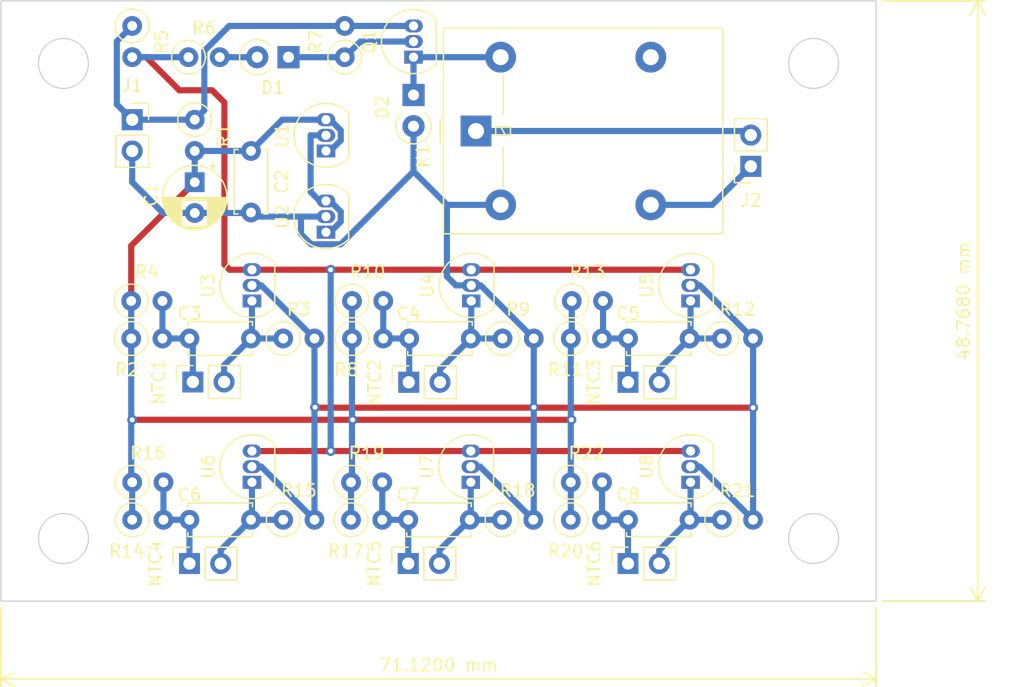
<source format=kicad_pcb>
(kicad_pcb (version 20221018) (generator pcbnew)
  (layers (0 "F.Cu" signal) (31 "B.Cu" signal) (34 "B.Paste" user) (35 "F.Paste" user) (36 "B.SilkS" user "B.Silkscreen") (37 "F.SilkS" user "F.Silkscreen") (38 "B.Mask" user) (39 "F.Mask" user) (44 "Edge.Cuts" user))
  (net 0 "")
  (net 1 "V5")
  (net 2 "GND")
  (net 3 "Net-(NTC1-Pin_1)")
  (net 4 "Net-(NTC1-Pin_2)")
  (net 5 "Net-(D1-K)")
  (net 6 "Net-(D1-A)")
  (net 7 "Net-(D2-K)")
  (net 8 "+12V")
  (net 9 "Net-(J2-Pin_1)")
  (net 10 "Net-(J2-Pin_2)")
  (net 12 "OUT")
  (net 13 "Net-(U1-A)")
  (net 14 "Net-(NTC2-Pin_1)")
  (net 15 "Net-(NTC2-Pin_2)")
  (net 16 "Net-(NTC3-Pin_2)")
  (net 17 "Net-(NTC3-Pin_1)")
  (net 18 "Net-(NTC4-Pin_1)")
  (net 19 "Net-(NTC4-Pin_2)")
  (net 20 "Net-(NTC5-Pin_1)")
  (net 21 "Net-(NTC5-Pin_2)")
  (net 22 "Net-(NTC6-Pin_1)")
  (net 23 "Net-(NTC6-Pin_2)")
  (footprint "Resistor_THT:R_Axial_DIN0207_L6.3mm_D2.5mm_P2.54mm_Vertical" (layer "F.Cu") (at 121.92 108.712)
    (fp_text reference "R14" (at -0.428 2.54) (layer "F.SilkS"))
    (fp_text value "10k" hide)
    (pad "1" thru_hole circle (at 0 0) (size 1.6 1.6) (drill 0.8) (layers "*.Cu" "*.Mask") (net 1 "V5"))
    (pad "2" thru_hole oval (at 2.54 0) (size 1.6 1.6) (drill 0.8) (layers "*.Cu" "*.Mask") (net 18 "Net-(NTC4-Pin_1)"))
  )
  (footprint "Resistor_THT:R_Axial_DIN0207_L6.3mm_D2.5mm_P2.54mm_Vertical" (layer "F.Cu") (at 139.78 90.932)
    (fp_text reference "R10" (at 1.27 -2.37) (layer "F.SilkS"))
    (fp_text value "120k" hide)
    (pad "1" thru_hole circle (at 0 0) (size 1.6 1.6) (drill 0.8) (layers "*.Cu" "*.Mask") (net 1 "V5"))
    (pad "2" thru_hole oval (at 2.54 0) (size 1.6 1.6) (drill 0.8) (layers "*.Cu" "*.Mask") (net 14 "Net-(NTC2-Pin_1)"))
  )
  (footprint "Resistor_THT:R_Axial_DIN0207_L6.3mm_D2.5mm_P2.54mm_Vertical" (layer "F.Cu") (at 169.832 93.98)
    (fp_text reference "R12" (at 1.27 -2.37) (layer "F.SilkS"))
    (fp_text value "10k" hide)
    (pad "1" thru_hole circle (at 0 0) (size 1.6 1.6) (drill 0.8) (layers "*.Cu" "*.Mask") (net 16 "Net-(NTC3-Pin_2)"))
    (pad "2" thru_hole oval (at 2.54 0) (size 1.6 1.6) (drill 0.8) (layers "*.Cu" "*.Mask") (net 2 "GND"))
  )
  (footprint "Package_TO_SOT_THT:TO-92_Inline" (layer "F.Cu") (at 149.432 105.664 90)
    (fp_text reference "U7" (at 1.27 -3.56 90) (layer "F.SilkS"))
    (fp_text value "TL431LP" hide)
    (pad "1" thru_hole rect (at 0 0 90) (size 1.05 1.5) (drill 0.75) (layers "*.Cu" "*.Mask") (net 21 "Net-(NTC5-Pin_2)"))
    (pad "2" thru_hole oval (at 1.27 0 90) (size 1.05 1.5) (drill 0.75) (layers "*.Cu" "*.Mask") (net 2 "GND"))
    (pad "3" thru_hole oval (at 2.54 0 90) (size 1.05 1.5) (drill 0.75) (layers "*.Cu" "*.Mask") (net 12 "OUT"))
  )
  (footprint "Resistor_THT:R_Axial_DIN0207_L6.3mm_D2.5mm_P2.54mm_Vertical" (layer "F.Cu") (at 157.56 105.664)
    (fp_text reference "R22" (at 1.27 -2.37) (layer "F.SilkS"))
    (fp_text value "120k" hide)
    (pad "1" thru_hole circle (at 0 0) (size 1.6 1.6) (drill 0.8) (layers "*.Cu" "*.Mask") (net 1 "V5"))
    (pad "2" thru_hole oval (at 2.54 0) (size 1.6 1.6) (drill 0.8) (layers "*.Cu" "*.Mask") (net 22 "Net-(NTC6-Pin_1)"))
  )
  (footprint "Diode_THT:D_A-405_P2.54mm_Vertical_KathodeUp" (layer "F.Cu") (at 134.62 71.12 180)
    (fp_text reference "D1" (at 1.27 -2.47) (layer "F.SilkS"))
    (fp_text value "BZV55C5V1" hide)
    (pad "1" thru_hole rect (at 0 0 180) (size 1.8 1.8) (drill 0.9) (layers "*.Cu" "*.Mask") (net 5 "Net-(D1-K)"))
    (pad "2" thru_hole oval (at 2.54 0 180) (size 1.8 1.8) (drill 0.9) (layers "*.Cu" "*.Mask") (net 6 "Net-(D1-A)"))
  )
  (footprint "Resistor_THT:R_Axial_DIN0207_L6.3mm_D2.5mm_P2.54mm_Vertical" (layer "F.Cu") (at 121.84 90.932)
    (fp_text reference "R4" (at 1.27 -2.37) (layer "F.SilkS"))
    (fp_text value "120k" hide)
    (pad "1" thru_hole circle (at 0 0) (size 1.6 1.6) (drill 0.8) (layers "*.Cu" "*.Mask") (net 1 "V5"))
    (pad "2" thru_hole oval (at 2.54 0) (size 1.6 1.6) (drill 0.8) (layers "*.Cu" "*.Mask") (net 3 "Net-(NTC1-Pin_1)"))
  )
  (footprint "Connector_PinSocket_2.54mm:PinSocket_1x02_P2.54mm_Vertical" (layer "F.Cu") (at 126.846 97.511 90)
    (fp_text reference "NTC1" (at 0 -2.77 90) (layer "F.SilkS"))
    (fp_text value "10k" hide)
    (pad "1" thru_hole rect (at 0 0 90) (size 1.7 1.7) (drill 1) (layers "*.Cu" "*.Mask") (net 3 "Net-(NTC1-Pin_1)"))
    (pad "2" thru_hole oval (at 0 2.54 90) (size 1.7 1.7) (drill 1) (layers "*.Cu" "*.Mask") (net 4 "Net-(NTC1-Pin_2)"))
  )
  (footprint "Resistor_THT:R_Axial_DIN0207_L6.3mm_D2.5mm_P2.54mm_Vertical" (layer "F.Cu") (at 126.492 71.12)
    (fp_text reference "R6" (at 1.27 -2.37) (layer "F.SilkS"))
    (fp_text value "1k" hide)
    (pad "1" thru_hole circle (at 0 0) (size 1.6 1.6) (drill 0.8) (layers "*.Cu" "*.Mask") (net 12 "OUT"))
    (pad "2" thru_hole oval (at 2.54 0) (size 1.6 1.6) (drill 0.8) (layers "*.Cu" "*.Mask") (net 6 "Net-(D1-A)"))
  )
  (footprint "Resistor_THT:R_Axial_DIN0207_L6.3mm_D2.5mm_P2.54mm_Vertical" (layer "F.Cu") (at 157.64 90.932)
    (fp_text reference "R13" (at 1.27 -2.37) (layer "F.SilkS"))
    (fp_text value "120k" hide)
    (pad "1" thru_hole circle (at 0 0) (size 1.6 1.6) (drill 0.8) (layers "*.Cu" "*.Mask") (net 1 "V5"))
    (pad "2" thru_hole oval (at 2.54 0) (size 1.6 1.6) (drill 0.8) (layers "*.Cu" "*.Mask") (net 17 "Net-(NTC3-Pin_1)"))
  )
  (footprint "Resistor_THT:R_Axial_DIN0207_L6.3mm_D2.5mm_P2.54mm_Vertical" (layer "F.Cu") (at 139.7 105.664)
    (fp_text reference "R19" (at 1.27 -2.37) (layer "F.SilkS"))
    (fp_text value "120k" hide)
    (pad "1" thru_hole circle (at 0 0) (size 1.6 1.6) (drill 0.8) (layers "*.Cu" "*.Mask") (net 1 "V5"))
    (pad "2" thru_hole oval (at 2.54 0) (size 1.6 1.6) (drill 0.8) (layers "*.Cu" "*.Mask") (net 20 "Net-(NTC5-Pin_1)"))
  )
  (footprint "Resistor_THT:R_Axial_DIN0207_L6.3mm_D2.5mm_P2.54mm_Vertical" (layer "F.Cu") (at 157.56 93.98)
    (fp_text reference "R11" (at -0.428 2.54) (layer "F.SilkS"))
    (fp_text value "10k" hide)
    (pad "1" thru_hole circle (at 0 0) (size 1.6 1.6) (drill 0.8) (layers "*.Cu" "*.Mask") (net 1 "V5"))
    (pad "2" thru_hole oval (at 2.54 0) (size 1.6 1.6) (drill 0.8) (layers "*.Cu" "*.Mask") (net 17 "Net-(NTC3-Pin_1)"))
  )
  (footprint "Package_TO_SOT_THT:TO-92_Inline" (layer "F.Cu") (at 137.668 78.74 90)
    (fp_text reference "U1" (at 1.27 -3.56 90) (layer "F.SilkS"))
    (fp_text value "TL431LP" hide)
    (pad "1" thru_hole rect (at 0 0 90) (size 1.05 1.5) (drill 0.75) (layers "*.Cu" "*.Mask") (net 1 "V5"))
    (pad "2" thru_hole oval (at 1.27 0 90) (size 1.05 1.5) (drill 0.75) (layers "*.Cu" "*.Mask") (net 13 "Net-(U1-A)"))
    (pad "3" thru_hole oval (at 2.54 0 90) (size 1.05 1.5) (drill 0.75) (layers "*.Cu" "*.Mask") (net 1 "V5"))
  )
  (footprint "Capacitor_THT:C_Disc_D5.0mm_W2.5mm_P5.00mm" (layer "F.Cu") (at 162.212 93.98)
    (fp_text reference "C5" (at 0 -2.032) (layer "F.SilkS"))
    (fp_text value "10n" hide)
    (pad "1" thru_hole circle (at 0 0) (size 1.6 1.6) (drill 0.8) (layers "*.Cu" "*.Mask") (net 17 "Net-(NTC3-Pin_1)"))
    (pad "2" thru_hole circle (at 5 0) (size 1.6 1.6) (drill 0.8) (layers "*.Cu" "*.Mask") (net 16 "Net-(NTC3-Pin_2)"))
  )
  (footprint "Capacitor_THT:C_Disc_D5.0mm_W2.5mm_P5.00mm" (layer "F.Cu") (at 126.572 93.98)
    (fp_text reference "C3" (at 0 -2.032) (layer "F.SilkS"))
    (fp_text value "10n" hide)
    (pad "1" thru_hole circle (at 0 0) (size 1.6 1.6) (drill 0.8) (layers "*.Cu" "*.Mask") (net 3 "Net-(NTC1-Pin_1)"))
    (pad "2" thru_hole circle (at 5 0) (size 1.6 1.6) (drill 0.8) (layers "*.Cu" "*.Mask") (net 4 "Net-(NTC1-Pin_2)"))
  )
  (footprint "Resistor_THT:R_Axial_DIN0207_L6.3mm_D2.5mm_P2.54mm_Vertical" (layer "F.Cu") (at 151.972 108.712)
    (fp_text reference "R18" (at 1.27 -2.37) (layer "F.SilkS"))
    (fp_text value "10k" hide)
    (pad "1" thru_hole circle (at 0 0) (size 1.6 1.6) (drill 0.8) (layers "*.Cu" "*.Mask") (net 21 "Net-(NTC5-Pin_2)"))
    (pad "2" thru_hole oval (at 2.54 0) (size 1.6 1.6) (drill 0.8) (layers "*.Cu" "*.Mask") (net 2 "GND"))
  )
  (footprint "Capacitor_THT:C_Disc_D5.0mm_W2.5mm_P5.00mm" (layer "F.Cu") (at 126.572 108.712)
    (fp_text reference "C6" (at 0 -2.032) (layer "F.SilkS"))
    (fp_text value "10n" hide)
    (pad "1" thru_hole circle (at 0 0) (size 1.6 1.6) (drill 0.8) (layers "*.Cu" "*.Mask") (net 18 "Net-(NTC4-Pin_1)"))
    (pad "2" thru_hole circle (at 5 0) (size 1.6 1.6) (drill 0.8) (layers "*.Cu" "*.Mask") (net 19 "Net-(NTC4-Pin_2)"))
  )
  (footprint "Package_TO_SOT_THT:TO-92_Inline" (layer "F.Cu") (at 167.292 90.932 90)
    (fp_text reference "U5" (at 1.27 -3.56 90) (layer "F.SilkS"))
    (fp_text value "TL431LP" hide)
    (pad "1" thru_hole rect (at 0 0 90) (size 1.05 1.5) (drill 0.75) (layers "*.Cu" "*.Mask") (net 16 "Net-(NTC3-Pin_2)"))
    (pad "2" thru_hole oval (at 1.27 0 90) (size 1.05 1.5) (drill 0.75) (layers "*.Cu" "*.Mask") (net 2 "GND"))
    (pad "3" thru_hole oval (at 2.54 0 90) (size 1.05 1.5) (drill 0.75) (layers "*.Cu" "*.Mask") (net 12 "OUT"))
  )
  (footprint "Resistor_THT:R_Axial_DIN0207_L6.3mm_D2.5mm_P2.54mm_Vertical" (layer "F.Cu") (at 152.012 93.98)
    (fp_text reference "R9" (at 1.27 -2.37) (layer "F.SilkS"))
    (fp_text value "10k" hide)
    (pad "1" thru_hole circle (at 0 0) (size 1.6 1.6) (drill 0.8) (layers "*.Cu" "*.Mask") (net 15 "Net-(NTC2-Pin_2)"))
    (pad "2" thru_hole oval (at 2.54 0) (size 1.6 1.6) (drill 0.8) (layers "*.Cu" "*.Mask") (net 2 "GND"))
  )
  (footprint "Connector_PinSocket_2.54mm:PinSocket_1x02_P2.54mm_Vertical" (layer "F.Cu") (at 126.572 112.268 90)
    (fp_text reference "NTC4" (at 0 -2.77 90) (layer "F.SilkS"))
    (fp_text value "10k" hide)
    (pad "1" thru_hole rect (at 0 0 90) (size 1.7 1.7) (drill 1) (layers "*.Cu" "*.Mask") (net 18 "Net-(NTC4-Pin_1)"))
    (pad "2" thru_hole oval (at 0 2.54 90) (size 1.7 1.7) (drill 1) (layers "*.Cu" "*.Mask") (net 19 "Net-(NTC4-Pin_2)"))
  )
  (footprint "Resistor_THT:R_Axial_DIN0207_L6.3mm_D2.5mm_P2.54mm_Vertical" (layer "F.Cu") (at 134.192 93.98)
    (fp_text reference "R3" (at 1.27 -2.37) (layer "F.SilkS"))
    (fp_text value "10k" hide)
    (pad "1" thru_hole circle (at 0 0) (size 1.6 1.6) (drill 0.8) (layers "*.Cu" "*.Mask") (net 4 "Net-(NTC1-Pin_2)"))
    (pad "2" thru_hole oval (at 2.54 0) (size 1.6 1.6) (drill 0.8) (layers "*.Cu" "*.Mask") (net 2 "GND"))
  )
  (footprint "Connector_PinSocket_2.54mm:PinSocket_1x02_P2.54mm_Vertical" (layer "F.Cu") (at 121.92 76.2)
    (fp_text reference "J1" (at 0 -2.77) (layer "F.SilkS"))
    (fp_text value "12V" hide)
    (pad "1" thru_hole rect (at 0 0) (size 1.7 1.7) (drill 1) (layers "*.Cu" "*.Mask") (net 8 "+12V"))
    (pad "2" thru_hole oval (at 0 2.54) (size 1.7 1.7) (drill 1) (layers "*.Cu" "*.Mask") (net 2 "GND"))
  )
  (footprint "Capacitor_THT:C_Disc_D5.0mm_W2.5mm_P5.00mm" (layer "F.Cu") (at 144.432 93.98)
    (fp_text reference "C4" (at -0.04 -2.032) (layer "F.SilkS"))
    (fp_text value "10n" hide)
    (pad "1" thru_hole circle (at 0 0) (size 1.6 1.6) (drill 0.8) (layers "*.Cu" "*.Mask") (net 14 "Net-(NTC2-Pin_1)"))
    (pad "2" thru_hole circle (at 5 0) (size 1.6 1.6) (drill 0.8) (layers "*.Cu" "*.Mask") (net 15 "Net-(NTC2-Pin_2)"))
  )
  (footprint "Resistor_THT:R_Axial_DIN0207_L6.3mm_D2.5mm_P2.54mm_Vertical" (layer "F.Cu") (at 139.78 93.98)
    (fp_text reference "R8" (at -0.468 2.54) (layer "F.SilkS"))
    (fp_text value "10k" hide)
    (pad "1" thru_hole circle (at 0 0) (size 1.6 1.6) (drill 0.8) (layers "*.Cu" "*.Mask") (net 1 "V5"))
    (pad "2" thru_hole oval (at 2.54 0) (size 1.6 1.6) (drill 0.8) (layers "*.Cu" "*.Mask") (net 14 "Net-(NTC2-Pin_1)"))
  )
  (footprint "Connector_PinSocket_2.54mm:PinSocket_1x02_P2.54mm_Vertical" (layer "F.Cu") (at 144.392 97.536 90)
    (fp_text reference "NTC2" (at 0 -2.77 90) (layer "F.SilkS"))
    (fp_text value "10k" hide)
    (pad "1" thru_hole rect (at 0 0 90) (size 1.7 1.7) (drill 1) (layers "*.Cu" "*.Mask") (net 14 "Net-(NTC2-Pin_1)"))
    (pad "2" thru_hole oval (at 0 2.54 90) (size 1.7 1.7) (drill 1) (layers "*.Cu" "*.Mask") (net 15 "Net-(NTC2-Pin_2)"))
  )
  (footprint "Capacitor_THT:C_Disc_D5.0mm_W2.5mm_P5.00mm" (layer "F.Cu") (at 162.212 108.712)
    (fp_text reference "C8" (at 0 -2.032) (layer "F.SilkS"))
    (fp_text value "10n" hide)
    (pad "1" thru_hole circle (at 0 0) (size 1.6 1.6) (drill 0.8) (layers "*.Cu" "*.Mask") (net 22 "Net-(NTC6-Pin_1)"))
    (pad "2" thru_hole circle (at 5 0) (size 1.6 1.6) (drill 0.8) (layers "*.Cu" "*.Mask") (net 23 "Net-(NTC6-Pin_2)"))
  )
  (footprint "Package_TO_SOT_THT:TO-92_Inline" (layer "F.Cu") (at 137.668 85.344 90)
    (fp_text reference "U2" (at 1.27 -3.56 90) (layer "F.SilkS"))
    (fp_text value "TL431LP" hide)
    (pad "1" thru_hole rect (at 0 0 90) (size 1.05 1.5) (drill 0.75) (layers "*.Cu" "*.Mask") (net 13 "Net-(U1-A)"))
    (pad "2" thru_hole oval (at 1.27 0 90) (size 1.05 1.5) (drill 0.75) (layers "*.Cu" "*.Mask") (net 2 "GND"))
    (pad "3" thru_hole oval (at 2.54 0 90) (size 1.05 1.5) (drill 0.75) (layers "*.Cu" "*.Mask") (net 13 "Net-(U1-A)"))
  )
  (footprint "Resistor_THT:R_Axial_DIN0207_L6.3mm_D2.5mm_P2.54mm_Vertical" (layer "F.Cu") (at 134.192 108.712)
    (fp_text reference "R15" (at 1.27 -2.37) (layer "F.SilkS"))
    (fp_text value "10k" hide)
    (pad "1" thru_hole circle (at 0 0) (size 1.6 1.6) (drill 0.8) (layers "*.Cu" "*.Mask") (net 19 "Net-(NTC4-Pin_2)"))
    (pad "2" thru_hole oval (at 2.54 0) (size 1.6 1.6) (drill 0.8) (layers "*.Cu" "*.Mask") (net 2 "GND"))
  )
  (footprint "Resistor_THT:R_Axial_DIN0207_L6.3mm_D2.5mm_P2.54mm_Vertical" (layer "F.Cu") (at 157.56 108.712)
    (fp_text reference "R20" (at -0.428 2.54) (layer "F.SilkS"))
    (fp_text value "10k" hide)
    (pad "1" thru_hole circle (at 0 0) (size 1.6 1.6) (drill 0.8) (layers "*.Cu" "*.Mask") (net 1 "V5"))
    (pad "2" thru_hole oval (at 2.54 0) (size 1.6 1.6) (drill 0.8) (layers "*.Cu" "*.Mask") (net 22 "Net-(NTC6-Pin_1)"))
  )
  (footprint "Capacitor_THT:C_Disc_D5.0mm_W2.5mm_P5.00mm" (layer "F.Cu") (at 144.352 108.712)
    (fp_text reference "C7" (at 0 -2.032) (layer "F.SilkS"))
    (fp_text value "10n" hide)
    (pad "1" thru_hole circle (at 0 0) (size 1.6 1.6) (drill 0.8) (layers "*.Cu" "*.Mask") (net 20 "Net-(NTC5-Pin_1)"))
    (pad "2" thru_hole circle (at 5 0) (size 1.6 1.6) (drill 0.8) (layers "*.Cu" "*.Mask") (net 21 "Net-(NTC5-Pin_2)"))
  )
  (footprint "Capacitor_THT:C_Disc_D5.0mm_W2.5mm_P5.00mm" (layer "F.Cu") (at 131.572 78.74 -90)
    (fp_text reference "C2" (at 2.5 -2.5 90) (layer "F.SilkS"))
    (fp_text value "100n" hide)
    (pad "1" thru_hole circle (at 0 0 270) (size 1.6 1.6) (drill 0.8) (layers "*.Cu" "*.Mask") (net 1 "V5"))
    (pad "2" thru_hole circle (at 5 0 270) (size 1.6 1.6) (drill 0.8) (layers "*.Cu" "*.Mask") (net 2 "GND"))
  )
  (footprint "Capacitor_THT:CP_Radial_D5.0mm_P2.50mm" (layer "F.Cu") (at 127 81.28 -90)
    (fp_text reference "C1" (at 1.016 3.556 90) (layer "F.SilkS"))
    (fp_text value "10u" hide)
    (pad "1" thru_hole rect (at 0 0 270) (size 1.6 1.6) (drill 0.8) (layers "*.Cu" "*.Mask") (net 1 "V5"))
    (pad "2" thru_hole circle (at 2.5 0 270) (size 1.6 1.6) (drill 0.8) (layers "*.Cu" "*.Mask") (net 2 "GND"))
  )
  (footprint "Package_TO_SOT_THT:TO-92_Inline" (layer "F.Cu") (at 149.472 90.932 90)
    (fp_text reference "U4" (at 1.27 -3.56 90) (layer "F.SilkS"))
    (fp_text value "TL431LP" hide)
    (pad "1" thru_hole rect (at 0 0 90) (size 1.05 1.5) (drill 0.75) (layers "*.Cu" "*.Mask") (net 15 "Net-(NTC2-Pin_2)"))
    (pad "2" thru_hole oval (at 1.27 0 90) (size 1.05 1.5) (drill 0.75) (layers "*.Cu" "*.Mask") (net 2 "GND"))
    (pad "3" thru_hole oval (at 2.54 0 90) (size 1.05 1.5) (drill 0.75) (layers "*.Cu" "*.Mask") (net 12 "OUT"))
  )
  (footprint "Resistor_THT:R_Axial_DIN0207_L6.3mm_D2.5mm_P2.54mm_Vertical" (layer "F.Cu") (at 127 76.2 -90)
    (fp_text reference "R1" (at 1.27 -2.37 90) (layer "F.SilkS"))
    (fp_text value "470" hide)
    (pad "1" thru_hole circle (at 0 0 270) (size 1.6 1.6) (drill 0.8) (layers "*.Cu" "*.Mask") (net 8 "+12V"))
    (pad "2" thru_hole oval (at 2.54 0 270) (size 1.6 1.6) (drill 0.8) (layers "*.Cu" "*.Mask") (net 1 "V5"))
  )
  (footprint "Package_TO_SOT_THT:TO-92_Inline" (layer "F.Cu") (at 167.292 105.664 90)
    (fp_text reference "U8" (at 1.27 -3.56 90) (layer "F.SilkS"))
    (fp_text value "TL431LP" hide)
    (pad "1" thru_hole rect (at 0 0 90) (size 1.05 1.5) (drill 0.75) (layers "*.Cu" "*.Mask") (net 23 "Net-(NTC6-Pin_2)"))
    (pad "2" thru_hole oval (at 1.27 0 90) (size 1.05 1.5) (drill 0.75) (layers "*.Cu" "*.Mask") (net 2 "GND"))
    (pad "3" thru_hole oval (at 2.54 0 90) (size 1.05 1.5) (drill 0.75) (layers "*.Cu" "*.Mask") (net 12 "OUT"))
  )
  (footprint "Resistor_THT:R_Axial_DIN0207_L6.3mm_D2.5mm_P2.54mm_Vertical" (layer "F.Cu") (at 121.92 105.664)
    (fp_text reference "R16" (at 1.27 -2.37) (layer "F.SilkS"))
    (fp_text value "120k" hide)
    (pad "1" thru_hole circle (at 0 0) (size 1.6 1.6) (drill 0.8) (layers "*.Cu" "*.Mask") (net 1 "V5"))
    (pad "2" thru_hole oval (at 2.54 0) (size 1.6 1.6) (drill 0.8) (layers "*.Cu" "*.Mask") (net 18 "Net-(NTC4-Pin_1)"))
  )
  (footprint "Resistor_THT:R_Axial_DIN0207_L6.3mm_D2.5mm_P2.54mm_Vertical" (layer "F.Cu") (at 139.192 71.12 90)
    (fp_text reference "R7" (at 1.27 -2.37 90) (layer "F.SilkS"))
    (fp_text value "10k" hide)
    (pad "1" thru_hole circle (at 0 0 90) (size 1.6 1.6) (drill 0.8) (layers "*.Cu" "*.Mask") (net 5 "Net-(D1-K)"))
    (pad "2" thru_hole oval (at 2.54 0 90) (size 1.6 1.6) (drill 0.8) (layers "*.Cu" "*.Mask") (net 8 "+12V"))
  )
  (footprint "Resistor_THT:R_Axial_DIN0207_L6.3mm_D2.5mm_P2.54mm_Vertical" (layer "F.Cu") (at 169.832 108.712)
    (fp_text reference "R21" (at 1.27 -2.37) (layer "F.SilkS"))
    (fp_text value "10k" hide)
    (pad "1" thru_hole circle (at 0 0) (size 1.6 1.6) (drill 0.8) (layers "*.Cu" "*.Mask") (net 23 "Net-(NTC6-Pin_2)"))
    (pad "2" thru_hole oval (at 2.54 0) (size 1.6 1.6) (drill 0.8) (layers "*.Cu" "*.Mask") (net 2 "GND"))
  )
  (footprint "Connector_PinSocket_2.54mm:PinSocket_1x02_P2.54mm_Vertical" (layer "F.Cu") (at 172.187 79.99 180)
    (fp_text reference "J2" (at 0 -2.77) (layer "F.SilkS"))
    (fp_text value "OUT" hide)
    (pad "1" thru_hole rect (at 0 0 180) (size 1.7 1.7) (drill 1) (layers "*.Cu" "*.Mask") (net 9 "Net-(J2-Pin_1)"))
    (pad "2" thru_hole oval (at 0 2.54 180) (size 1.7 1.7) (drill 1) (layers "*.Cu" "*.Mask") (net 10 "Net-(J2-Pin_2)"))
  )
  (footprint "Connector_PinSocket_2.54mm:PinSocket_1x02_P2.54mm_Vertical" (layer "F.Cu") (at 162.212 112.268 90)
    (fp_text reference "NTC6" (at 0 -2.77 90) (layer "F.SilkS"))
    (fp_text value "10k" hide)
    (pad "1" thru_hole rect (at 0 0 90) (size 1.7 1.7) (drill 1) (layers "*.Cu" "*.Mask") (net 22 "Net-(NTC6-Pin_1)"))
    (pad "2" thru_hole oval (at 0 2.54 90) (size 1.7 1.7) (drill 1) (layers "*.Cu" "*.Mask") (net 23 "Net-(NTC6-Pin_2)"))
  )
  (footprint "Package_TO_SOT_THT:TO-92_Inline" (layer "F.Cu") (at 131.652 90.932 90)
    (fp_text reference "U3" (at 1.27 -3.56 90) (layer "F.SilkS"))
    (fp_text value "TL431LP" hide)
    (pad "1" thru_hole rect (at 0 0 90) (size 1.05 1.5) (drill 0.75) (layers "*.Cu" "*.Mask") (net 4 "Net-(NTC1-Pin_2)"))
    (pad "2" thru_hole oval (at 1.27 0 90) (size 1.05 1.5) (drill 0.75) (layers "*.Cu" "*.Mask") (net 2 "GND"))
    (pad "3" thru_hole oval (at 2.54 0 90) (size 1.05 1.5) (drill 0.75) (layers "*.Cu" "*.Mask") (net 12 "OUT"))
  )
  (footprint "Resistor_THT:R_Axial_DIN0207_L6.3mm_D2.5mm_P2.54mm_Vertical" (layer "F.Cu") (at 121.84 93.98)
    (fp_text reference "R2" (at -0.348 2.54) (layer "F.SilkS"))
    (fp_text value "10k" hide)
    (pad "1" thru_hole circle (at 0 0) (size 1.6 1.6) (drill 0.8) (layers "*.Cu" "*.Mask") (net 1 "V5"))
    (pad "2" thru_hole oval (at 2.54 0) (size 1.6 1.6) (drill 0.8) (layers "*.Cu" "*.Mask") (net 3 "Net-(NTC1-Pin_1)"))
  )
  (footprint "Relay_THT:Relay_SPDT_Omron-G5LE-1" (layer "F.Cu") (at 149.86 77.12 90)
    (fp_text reference "K1" (at -2.032 -4.308 90) (layer "F.SilkS"))
    (fp_text value "G5LE-1" hide)
    (pad "1" thru_hole rect (at 0 0 90) (size 2.5 2.5) (drill 1.3) (layers "*.Cu" "*.Mask") (net 10 "Net-(J2-Pin_2)"))
    (pad "2" thru_hole oval (at -6 2 90) (size 2.5 2.5) (drill 1.3) (layers "*.Cu" "*.Mask") (net 2 "GND"))
    (pad "3" thru_hole oval (at -6 14.2 90) (size 2.5 2.5) (drill 1.3) (layers "*.Cu" "*.Mask") (net 9 "Net-(J2-Pin_1)"))
    (pad "4" thru_hole oval (at 6 14.2 90) (size 2.5 2.5) (drill 1.3) (layers "*.Cu" "*.Mask"))
    (pad "5" thru_hole oval (at 6 2 90) (size 2.5 2.5) (drill 1.3) (layers "*.Cu" "*.Mask") (net 7 "Net-(D2-K)"))
  )
  (footprint "Resistor_THT:R_Axial_DIN0207_L6.3mm_D2.5mm_P2.54mm_Vertical" (layer "F.Cu") (at 139.7 108.712)
    (fp_text reference "R17" (at -0.428 2.54) (layer "F.SilkS"))
    (fp_text value "10k" hide)
    (pad "1" thru_hole circle (at 0 0) (size 1.6 1.6) (drill 0.8) (layers "*.Cu" "*.Mask") (net 1 "V5"))
    (pad "2" thru_hole oval (at 2.54 0) (size 1.6 1.6) (drill 0.8) (layers "*.Cu" "*.Mask") (net 20 "Net-(NTC5-Pin_1)"))
  )
  (footprint "Package_TO_SOT_THT:TO-92_Inline" (layer "F.Cu") (at 131.652 105.664 90)
    (fp_text reference "U6" (at 1.27 -3.56 90) (layer "F.SilkS"))
    (fp_text value "TL431LP" hide)
    (pad "1" thru_hole rect (at 0 0 90) (size 1.05 1.5) (drill 0.75) (layers "*.Cu" "*.Mask") (net 19 "Net-(NTC4-Pin_2)"))
    (pad "2" thru_hole oval (at 1.27 0 90) (size 1.05 1.5) (drill 0.75) (layers "*.Cu" "*.Mask") (net 2 "GND"))
    (pad "3" thru_hole oval (at 2.54 0 90) (size 1.05 1.5) (drill 0.75) (layers "*.Cu" "*.Mask") (net 12 "OUT"))
  )
  (footprint "Package_TO_SOT_THT:TO-92_Inline" (layer "F.Cu") (at 144.78 71.12 90)
    (fp_text reference "Q1" (at 1.27 -3.56 90) (layer "F.SilkS"))
    (fp_text value "BC328" hide)
    (pad "1" thru_hole rect (at 0 0 90) (size 1.05 1.5) (drill 0.75) (layers "*.Cu" "*.Mask") (net 7 "Net-(D2-K)"))
    (pad "2" thru_hole oval (at 1.27 0 90) (size 1.05 1.5) (drill 0.75) (layers "*.Cu" "*.Mask") (net 5 "Net-(D1-K)"))
    (pad "3" thru_hole oval (at 2.54 0 90) (size 1.05 1.5) (drill 0.75) (layers "*.Cu" "*.Mask") (net 8 "+12V"))
  )
  (footprint "Connector_PinSocket_2.54mm:PinSocket_1x02_P2.54mm_Vertical" (layer "F.Cu") (at 162.212 97.536 90)
    (fp_text reference "NTC3" (at 0 -2.77 90) (layer "F.SilkS"))
    (fp_text value "10k" hide)
    (pad "1" thru_hole rect (at 0 0 90) (size 1.7 1.7) (drill 1) (layers "*.Cu" "*.Mask") (net 17 "Net-(NTC3-Pin_1)"))
    (pad "2" thru_hole oval (at 0 2.54 90) (size 1.7 1.7) (drill 1) (layers "*.Cu" "*.Mask") (net 16 "Net-(NTC3-Pin_2)"))
  )
  (footprint "Diode_THT:D_A-405_P2.54mm_Vertical_KathodeUp" (layer "F.Cu") (at 144.78 74.192 -90)
    (fp_text reference "D2" (at 0.992 2.54 90) (layer "F.SilkS"))
    (fp_text value "1N4148" hide)
    (pad "1" thru_hole rect (at 0 0 270) (size 1.8 1.8) (drill 0.9) (layers "*.Cu" "*.Mask") (net 7 "Net-(D2-K)"))
    (pad "2" thru_hole oval (at 2.54 0 270) (size 1.8 1.8) (drill 0.9) (layers "*.Cu" "*.Mask") (net 2 "GND"))
  )
  (footprint "Connector_PinSocket_2.54mm:PinSocket_1x02_P2.54mm_Vertical" (layer "F.Cu") (at 144.352 112.268 90)
    (fp_text reference "NTC5" (at 0 -2.77 90) (layer "F.SilkS"))
    (fp_text value "10k" hide)
    (pad "1" thru_hole rect (at 0 0 90) (size 1.7 1.7) (drill 1) (layers "*.Cu" "*.Mask") (net 20 "Net-(NTC5-Pin_1)"))
    (pad "2" thru_hole oval (at 0 2.54 90) (size 1.7 1.7) (drill 1) (layers "*.Cu" "*.Mask") (net 21 "Net-(NTC5-Pin_2)"))
  )
  (footprint "Resistor_THT:R_Axial_DIN0207_L6.3mm_D2.5mm_P2.54mm_Vertical" (layer "F.Cu") (at 121.92 68.58 -90)
    (fp_text reference "R5" (at 1.27 -2.37 90) (layer "F.SilkS"))
    (fp_text value "1k" hide)
    (pad "1" thru_hole circle (at 0 0 270) (size 1.6 1.6) (drill 0.8) (layers "*.Cu" "*.Mask") (net 8 "+12V"))
    (pad "2" thru_hole oval (at 2.54 0 270) (size 1.6 1.6) (drill 0.8) (layers "*.Cu" "*.Mask") (net 12 "OUT"))
  )
  (gr_circle (center 177.292 110.236) (end 175.26 110.236) (stroke (width 0.1)) (fill none) (layer "Edge.Cuts"))
  (gr_rect (start 111.252 66.548) (end 182.372 115.316) (stroke (width 0.1)) (fill none) (layer "Edge.Cuts"))
  (gr_circle (center 177.292 71.628) (end 177.292 73.66) (stroke (width 0.1)) (fill none) (layer "Edge.Cuts"))
  (gr_circle (center 116.332 71.628) (end 118.364 71.628) (stroke (width 0.1)) (fill none) (layer "Edge.Cuts"))
  (gr_circle (center 116.332 110.236) (end 116.332 108.204) (stroke (width 0.1)) (fill none) (layer "Edge.Cuts"))
  (dimension (type aligned) (layer "F.SilkS") (pts (xy 111.252 115.316) (xy 182.372 115.316)) (height 6.35) (gr_text "71,1200 mm" (at 146.812 120.516) (layer "F.SilkS") (effects (font (size 1 1) (thickness 0.15)))) (format (prefix "") (suffix "") (units 3) (units_format 1) (precision 4)) (style (thickness 0.15) (arrow_length 1.27) (text_position_mode 0) (extension_height 0.58642) (extension_offset 0.5) keep_text_aligned))
  (dimension (type aligned) (layer "F.SilkS") (pts (xy 182.372 66.548) (xy 182.372 115.316)) (height -8.255) (gr_text "48,7680 mm" (at 189.477 90.932 90) (layer "F.SilkS") (effects (font (size 1 1) (thickness 0.15)))) (format (prefix "") (suffix "") (units 3) (units_format 1) (precision 4)) (style (thickness 0.15) (arrow_length 1.27) (text_position_mode 0) (extension_height 0.58642) (extension_offset 0.5) keep_text_aligned))
  (segment (start 157.607 100.584) (end 139.827 100.584) (width 0.5) (layer "F.Cu") (net 1))
  (segment (start 127 81.28) (end 121.84 86.44) (width 0.5) (layer "F.Cu") (net 1))
  (segment (start 121.84 86.44) (end 121.84 90.932) (width 0.5) (layer "F.Cu") (net 1))
  (segment (start 139.827 100.584) (end 121.92 100.584) (width 0.5) (layer "F.Cu") (net 1))
  (via (at 157.607 100.584) (size 0.8) (drill 0.4) (layers "F.Cu" "B.Cu") (net 1))
  (via (at 121.92 100.584) (size 0.8) (drill 0.4) (layers "F.Cu" "B.Cu") (net 1))
  (via (at 139.827 100.584) (size 0.8) (drill 0.4) (layers "F.Cu" "B.Cu") (net 1))
  (segment (start 138.868 77.066142) (end 138.868 77.873858) (width 0.5) (layer "B.Cu") (net 1))
  (segment (start 157.56 105.664) (end 157.56 108.712) (width 0.5) (layer "B.Cu") (net 1))
  (segment (start 127 78.74) (end 131.572 78.74) (width 0.5) (layer "B.Cu") (net 1))
  (segment (start 139.78 105.584) (end 139.7 105.664) (width 0.5) (layer "B.Cu") (net 1))
  (segment (start 121.84 93.98) (end 121.84 105.584) (width 0.5) (layer "B.Cu") (net 1))
  (segment (start 157.64 90.932) (end 157.64 93.9) (width 0.5) (layer "B.Cu") (net 1))
  (segment (start 139.78 93.98) (end 139.78 105.584) (width 0.5) (layer "B.Cu") (net 1))
  (segment (start 137.668 76.2) (end 134.112 76.2) (width 0.5) (layer "B.Cu") (net 1))
  (segment (start 157.56 100.537) (end 157.607 100.584) (width 0.5) (layer "B.Cu") (net 1))
  (segment (start 157.607 100.584) (end 157.56 100.631) (width 0.5) (layer "B.Cu") (net 1))
  (segment (start 157.56 93.98) (end 157.56 100.537) (width 0.5) (layer "B.Cu") (net 1))
  (segment (start 138.868 77.873858) (end 138.001858 78.74) (width 0.5) (layer "B.Cu") (net 1))
  (segment (start 138.001858 76.2) (end 138.868 77.066142) (width 0.5) (layer "B.Cu") (net 1))
  (segment (start 121.84 105.584) (end 121.92 105.664) (width 0.5) (layer "B.Cu") (net 1))
  (segment (start 157.56 100.631) (end 157.56 105.664) (width 0.5) (layer "B.Cu") (net 1))
  (segment (start 121.92 105.664) (end 121.92 108.712) (width 0.5) (layer "B.Cu") (net 1))
  (segment (start 138.001858 78.74) (end 137.668 78.74) (width 0.5) (layer "B.Cu") (net 1))
  (segment (start 139.78 90.932) (end 139.78 93.98) (width 0.5) (layer "B.Cu") (net 1))
  (segment (start 139.7 105.664) (end 139.7 108.712) (width 0.5) (layer "B.Cu") (net 1))
  (segment (start 157.64 93.9) (end 157.56 93.98) (width 0.5) (layer "B.Cu") (net 1))
  (segment (start 137.668 76.2) (end 138.001858 76.2) (width 0.5) (layer "B.Cu") (net 1))
  (segment (start 127 78.74) (end 127 81.28) (width 0.5) (layer "B.Cu") (net 1))
  (segment (start 121.84 90.932) (end 121.84 93.98) (width 0.5) (layer "B.Cu") (net 1))
  (segment (start 134.112 76.2) (end 131.572 78.74) (width 0.5) (layer "B.Cu") (net 1))
  (segment (start 172.372 99.601) (end 136.812 99.601) (width 0.5) (layer "F.Cu") (net 2))
  (segment (start 136.812 99.601) (end 136.779 99.568) (width 0.5) (layer "F.Cu") (net 2))
  (via (at 172.372 99.601) (size 0.8) (drill 0.4) (layers "F.Cu" "B.Cu") (net 2))
  (via (at 136.779 99.568) (size 0.8) (drill 0.4) (layers "F.Cu" "B.Cu") (net 2))
  (via (at 154.559 99.568) (size 0.8) (drill 0.4) (layers "F.Cu" "B.Cu") (net 2))
  (segment (start 121.92 81.28) (end 121.92 78.74) (width 0.5) (layer "B.Cu") (net 2))
  (segment (start 136.468 86.319) (end 135.636 85.487) (width 0.5) (layer "B.Cu") (net 2))
  (segment (start 131.652 89.662) (end 132.414 89.662) (width 0.5) (layer "B.Cu") (net 2))
  (segment (start 150.234 89.662) (end 154.552 93.98) (width 0.5) (layer "B.Cu") (net 2))
  (segment (start 167.292 104.394) (end 168.054 104.394) (width 0.5) (layer "B.Cu") (net 2))
  (segment (start 154.552 99.575) (end 154.552 108.672) (width 0.5) (layer "B.Cu") (net 2))
  (segment (start 136.732 93.98) (end 136.732 108.712) (width 0.5) (layer "B.Cu") (net 2))
  (segment (start 154.512 108.712) (end 150.194 104.394) (width 0.5) (layer "B.Cu") (net 2))
  (segment (start 168.054 104.394) (end 172.372 108.712) (width 0.5) (layer "B.Cu") (net 2))
  (segment (start 144.78 76.732) (end 144.78 80.407) (width 0.5) (layer "B.Cu") (net 2))
  (segment (start 147.493 83.12) (end 144.78 80.407) (width 0.5) (layer "B.Cu") (net 2))
  (segment (start 131.532 83.78) (end 131.572 83.74) (width 0.5) (layer "B.Cu") (net 2))
  (segment (start 144.78 80.407) (end 138.868 86.319) (width 0.5) (layer "B.Cu") (net 2))
  (segment (start 154.559 99.568) (end 154.552 99.575) (width 0.5) (layer "B.Cu") (net 2))
  (segment (start 124.42 83.78) (end 121.92 81.28) (width 0.5) (layer "B.Cu") (net 2))
  (segment (start 168.054 89.662) (end 172.372 93.98) (width 0.5) (layer "B.Cu") (net 2))
  (segment (start 135.636 85.487) (end 135.636 84.074) (width 0.5) (layer "B.Cu") (net 2))
  (segment (start 172.372 99.601) (end 172.372 93.98) (width 0.5) (layer "B.Cu") (net 2))
  (segment (start 127 83.78) (end 124.42 83.78) (width 0.5) (layer "B.Cu") (net 2))
  (segment (start 167.292 89.662) (end 168.054 89.662) (width 0.5) (layer "B.Cu") (net 2))
  (segment (start 154.552 108.672) (end 154.512 108.712) (width 0.5) (layer "B.Cu") (net 2))
  (segment (start 131.572 83.74) (end 131.906 84.074) (width 0.5) (layer "B.Cu") (net 2))
  (segment (start 127 83.78) (end 131.532 83.78) (width 0.5) (layer "B.Cu") (net 2))
  (segment (start 150.194 104.394) (end 149.432 104.394) (width 0.5) (layer "B.Cu") (net 2))
  (segment (start 135.636 84.074) (end 137.668 84.074) (width 0.5) (layer "B.Cu") (net 2))
  (segment (start 147.493 88.933) (end 147.493 83.12) (width 0.5) (layer "B.Cu") (net 2))
  (segment (start 132.414 104.394) (end 131.652 104.394) (width 0.5) (layer "B.Cu") (net 2))
  (segment (start 138.868 86.319) (end 136.468 86.319) (width 0.5) (layer "B.Cu") (net 2))
  (segment (start 149.472 89.662) (end 148.222 89.662) (width 0.5) (layer "B.Cu") (net 2))
  (segment (start 151.86 83.12) (end 147.493 83.12) (width 0.5) (layer "B.Cu") (net 2))
  (segment (start 154.552 99.561) (end 154.559 99.568) (width 0.5) (layer "B.Cu") (net 2))
  (segment (start 148.222 89.662) (end 147.493 88.933) (width 0.5) (layer "B.Cu") (net 2))
  (segment (start 136.732 108.712) (end 132.414 104.394) (width 0.5) (layer "B.Cu") (net 2))
  (segment (start 131.906 84.074) (end 135.636 84.074) (width 0.5) (layer "B.Cu") (net 2))
  (segment (start 149.472 89.662) (end 150.234 89.662) (width 0.5) (layer "B.Cu") (net 2))
  (segment (start 132.414 89.662) (end 136.732 93.98) (width 0.5) (layer "B.Cu") (net 2))
  (segment (start 154.552 93.98) (end 154.552 99.561) (width 0.5) (layer "B.Cu") (net 2))
  (segment (start 172.372 99.601) (end 172.372 108.712) (width 0.5) (layer "B.Cu") (net 2))
  (segment (start 124.38 93.98) (end 126.572 93.98) (width 0.5) (layer "B.Cu") (net 3))
  (segment (start 126.846 94.254) (end 126.572 93.98) (width 0.5) (layer "B.Cu") (net 3))
  (segment (start 124.38 90.932) (end 124.38 93.98) (width 0.5) (layer "B.Cu") (net 3))
  (segment (start 126.846 97.511) (end 126.846 94.254) (width 0.5) (layer "B.Cu") (net 3))
  (segment (start 131.652 90.932) (end 131.652 93.9) (width 0.5) (layer "B.Cu") (net 4))
  (segment (start 131.652 93.9) (end 131.572 93.98) (width 0.5) (layer "B.Cu") (net 4))
  (segment (start 129.386 96.166) (end 131.572 93.98) (width 0.5) (layer "B.Cu") (net 4))
  (segment (start 131.572 93.98) (end 134.192 93.98) (width 0.5) (layer "B.Cu") (net 4))
  (segment (start 129.386 97.511) (end 129.386 96.166) (width 0.5) (layer "B.Cu") (net 4))
  (segment (start 140.462 69.85) (end 144.78 69.85) (width 0.5) (layer "B.Cu") (net 5))
  (segment (start 139.192 71.12) (end 140.462 69.85) (width 0.5) (layer "B.Cu") (net 5))
  (segment (start 139.192 71.12) (end 134.62 71.12) (width 0.5) (layer "B.Cu") (net 5))
  (segment (start 129.032 71.12) (end 132.08 71.12) (width 0.5) (layer "B.Cu") (net 6))
  (segment (start 144.78 74.192) (end 144.78 71.12) (width 0.5) (layer "B.Cu") (net 7))
  (segment (start 144.78 71.12) (end 151.86 71.12) (width 0.5) (layer "B.Cu") (net 7))
  (segment (start 120.67 74.95) (end 121.92 76.2) (width 0.5) (layer "B.Cu") (net 8))
  (segment (start 129.804233 68.58) (end 139.192 68.58) (width 0.5) (layer "B.Cu") (net 8))
  (segment (start 127.782 75.418) (end 127.782 70.602233) (width 0.5) (layer "B.Cu") (net 8))
  (segment (start 121.92 68.58) (end 120.67 69.83) (width 0.5) (layer "B.Cu") (net 8))
  (segment (start 127 76.2) (end 127.782 75.418) (width 0.5) (layer "B.Cu") (net 8))
  (segment (start 127 76.2) (end 121.92 76.2) (width 0.5) (layer "B.Cu") (net 8))
  (segment (start 120.67 69.83) (end 120.67 74.95) (width 0.5) (layer "B.Cu") (net 8))
  (segment (start 127.782 70.602233) (end 129.804233 68.58) (width 0.5) (layer "B.Cu") (net 8))
  (segment (start 144.78 68.58) (end 139.192 68.58) (width 0.5) (layer "B.Cu") (net 8))
  (segment (start 164.06 83.12) (end 169.057 83.12) (width 0.5) (layer "B.Cu") (net 9))
  (segment (start 169.057 83.12) (end 172.187 79.99) (width 0.5) (layer "B.Cu") (net 9))
  (segment (start 171.857 77.12) (end 172.187 77.45) (width 0.5) (layer "B.Cu") (net 10))
  (segment (start 149.86 77.12) (end 171.857 77.12) (width 0.5) (layer "B.Cu") (net 10))
  (segment (start 131.652 88.392) (end 135.636 88.392) (width 0.5) (layer "F.Cu") (net 12))
  (segment (start 135.382 103.124) (end 149.432 103.124) (width 0.5) (layer "F.Cu") (net 12))
  (segment (start 149.472 88.392) (end 167.292 88.392) (width 0.5) (layer "F.Cu") (net 12))
  (segment (start 129.413 87.960767) (end 129.844233 88.392) (width 0.5) (layer "F.Cu") (net 12))
  (segment (start 123.063 71.12) (end 125.75 73.807) (width 0.5) (layer "F.Cu") (net 12))
  (segment (start 129.844233 88.392) (end 131.652 88.392) (width 0.5) (layer "F.Cu") (net 12))
  (segment (start 121.92 71.12) (end 123.063 71.12) (width 0.5) (layer "F.Cu") (net 12))
  (segment (start 135.636 88.392) (end 138.049 88.392) (width 0.5) (layer "F.Cu") (net 12))
  (segment (start 138.049 88.392) (end 149.472 88.392) (width 0.5) (layer "F.Cu") (net 12))
  (segment (start 131.652 103.124) (end 135.382 103.124) (width 0.5) (layer "F.Cu") (net 12))
  (segment (start 149.432 103.124) (end 167.292 103.124) (width 0.5) (layer "F.Cu") (net 12))
  (segment (start 128.417 73.807) (end 129.413 74.803) (width 0.5) (layer "F.Cu") (net 12))
  (segment (start 125.75 73.807) (end 128.417 73.807) (width 0.5) (layer "F.Cu") (net 12))
  (segment (start 129.413 74.803) (end 129.413 87.960767) (width 0.5) (layer "F.Cu") (net 12))
  (via (at 138.049 103.124) (size 0.8) (drill 0.4) (layers "F.Cu" "B.Cu") (net 12))
  (via (at 138.049 88.392) (size 0.8) (drill 0.4) (layers "F.Cu" "B.Cu") (net 12))
  (segment (start 121.92 71.12) (end 126.492 71.12) (width 0.5) (layer "B.Cu") (net 12))
  (segment (start 138.049 88.392) (end 138.049 103.124) (width 0.5) (layer "B.Cu") (net 12))
  (segment (start 137.668 77.47) (end 136.418 77.47) (width 0.5) (layer "B.Cu") (net 13))
  (segment (start 138.001858 82.804) (end 138.868 83.670142) (width 0.5) (layer "B.Cu") (net 13))
  (segment (start 138.868 84.477858) (end 138.001858 85.344) (width 0.5) (layer "B.Cu") (net 13))
  (segment (start 138.868 83.670142) (end 138.868 84.477858) (width 0.5) (layer "B.Cu") (net 13))
  (segment (start 136.418 77.47) (end 136.418 82.062) (width 0.5) (layer "B.Cu") (net 13))
  (segment (start 136.418 82.062) (end 137.16 82.804) (width 0.5) (layer "B.Cu") (net 13))
  (segment (start 137.16 82.804) (end 137.668 82.804) (width 0.5) (layer "B.Cu") (net 13))
  (segment (start 137.668 82.804) (end 138.001858 82.804) (width 0.5) (layer "B.Cu") (net 13))
  (segment (start 138.001858 85.344) (end 137.668 85.344) (width 0.5) (layer "B.Cu") (net 13))
  (segment (start 142.32 93.98) (end 144.432 93.98) (width 0.5) (layer "B.Cu") (net 14))
  (segment (start 144.432 93.98) (end 144.432 97.496) (width 0.5) (layer "B.Cu") (net 14))
  (segment (start 142.32 90.932) (end 142.32 93.98) (width 0.5) (layer "B.Cu") (net 14))
  (segment (start 144.432 97.496) (end 144.392 97.536) (width 0.5) (layer "B.Cu") (net 14))
  (segment (start 146.932 96.48) (end 149.432 93.98) (width 0.5) (layer "B.Cu") (net 15))
  (segment (start 146.932 97.536) (end 146.932 96.48) (width 0.5) (layer "B.Cu") (net 15))
  (segment (start 149.472 93.94) (end 149.432 93.98) (width 0.5) (layer "B.Cu") (net 15))
  (segment (start 149.472 90.932) (end 149.472 93.94) (width 0.5) (layer "B.Cu") (net 15))
  (segment (start 152.012 93.98) (end 149.432 93.98) (width 0.5) (layer "B.Cu") (net 15))
  (segment (start 169.832 93.98) (end 167.212 93.98) (width 0.5) (layer "B.Cu") (net 16))
  (segment (start 167.292 90.932) (end 167.292 93.9) (width 0.5) (layer "B.Cu") (net 16))
  (segment (start 167.292 93.9) (end 167.212 93.98) (width 0.5) (layer "B.Cu") (net 16))
  (segment (start 164.752 96.44) (end 167.212 93.98) (width 0.5) (layer "B.Cu") (net 16))
  (segment (start 164.752 97.536) (end 164.752 96.44) (width 0.5) (layer "B.Cu") (net 16))
  (segment (start 160.18 90.932) (end 160.18 93.9) (width 0.5) (layer "B.Cu") (net 17))
  (segment (start 162.212 93.98) (end 162.212 97.536) (width 0.5) (layer "B.Cu") (net 17))
  (segment (start 160.18 93.9) (end 160.1 93.98) (width 0.5) (layer "B.Cu") (net 17))
  (segment (start 162.212 93.98) (end 160.1 93.98) (width 0.5) (layer "B.Cu") (net 17))
  (segment (start 126.572 108.712) (end 126.572 112.268) (width 0.5) (layer "B.Cu") (net 18))
  (segment (start 124.46 105.664) (end 124.46 108.712) (width 0.5) (layer "B.Cu") (net 18))
  (segment (start 126.572 108.712) (end 124.46 108.712) (width 0.5) (layer "B.Cu") (net 18))
  (segment (start 129.112 112.268) (end 129.112 111.172) (width 0.5) (layer "B.Cu") (net 19))
  (segment (start 129.112 111.172) (end 131.572 108.712) (width 0.5) (layer "B.Cu") (net 19))
  (segment (start 131.652 105.664) (end 131.652 108.632) (width 0.5) (layer "B.Cu") (net 19))
  (segment (start 131.652 108.632) (end 131.572 108.712) (width 0.5) (layer "B.Cu") (net 19))
  (segment (start 131.572 108.712) (end 134.192 108.712) (width 0.5) (layer "B.Cu") (net 19))
  (segment (start 142.24 105.664) (end 142.24 108.712) (width 0.5) (layer "B.Cu") (net 20))
  (segment (start 144.352 112.268) (end 144.352 108.712) (width 0.5) (layer "B.Cu") (net 20))
  (segment (start 144.352 108.712) (end 142.24 108.712) (width 0.5) (layer "B.Cu") (net 20))
  (segment (start 151.972 108.712) (end 149.352 108.712) (width 0.5) (layer "B.Cu") (net 21))
  (segment (start 149.432 108.632) (end 149.352 108.712) (width 0.5) (layer "B.Cu") (net 21))
  (segment (start 149.432 105.664) (end 149.432 108.632) (width 0.5) (layer "B.Cu") (net 21))
  (segment (start 146.892 112.268) (end 146.892 111.172) (width 0.5) (layer "B.Cu") (net 21))
  (segment (start 146.892 111.172) (end 149.352 108.712) (width 0.5) (layer "B.Cu") (net 21))
  (segment (start 160.1 108.712) (end 160.1 105.664) (width 0.5) (layer "B.Cu") (net 22))
  (segment (start 162.212 108.712) (end 162.212 112.268) (width 0.5) (layer "B.Cu") (net 22))
  (segment (start 160.1 108.712) (end 162.212 108.712) (width 0.5) (layer "B.Cu") (net 22))
  (segment (start 167.292 105.664) (end 167.292 108.632) (width 0.5) (layer "B.Cu") (net 23))
  (segment (start 164.752 111.172) (end 167.212 108.712) (width 0.5) (layer "B.Cu") (net 23))
  (segment (start 169.832 108.712) (end 167.212 108.712) (width 0.5) (layer "B.Cu") (net 23))
  (segment (start 167.292 108.632) (end 167.212 108.712) (width 0.5) (layer "B.Cu") (net 23))
  (segment (start 164.752 112.268) (end 164.752 111.172) (width 0.5) (layer "B.Cu") (net 23))
)
</source>
